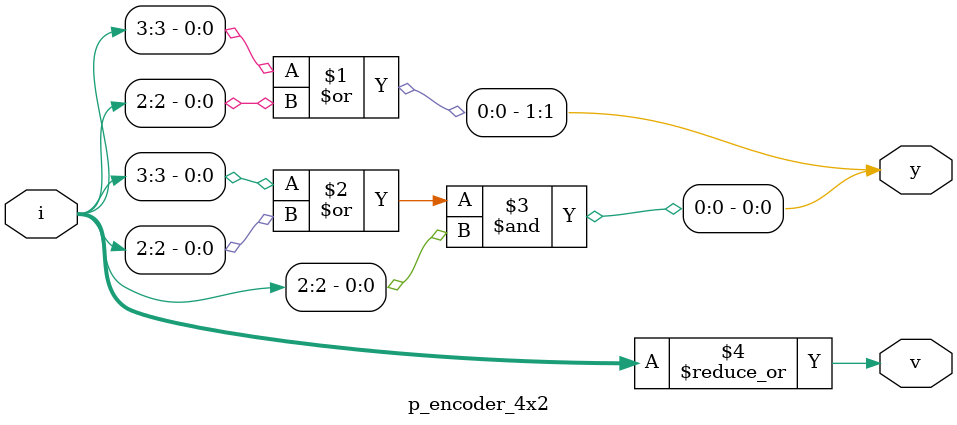
<source format=v>

module p_encoder_4x2(i,y,v);

input [3:0] i;
output [1:0]y;
output  v;

assign y[1] = i[3] | i[2];
assign y[0] = (i[3] | i[2]) & i[2];
assign v = |i;  //i[3] | i[2] | i[1] | i[0]

endmodule 

</source>
